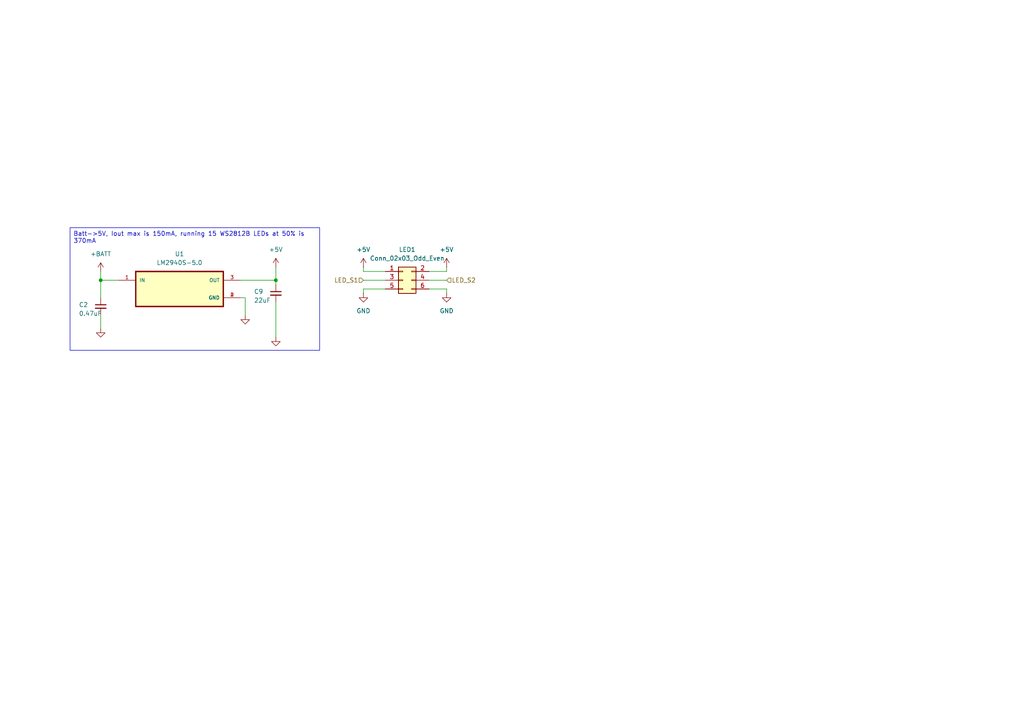
<source format=kicad_sch>
(kicad_sch (version 20231120) (generator "eeschema") (generator_version "8.0")
  (paper "A4")
  (lib_symbols
    (symbol "Connector_Generic:Conn_02x03_Odd_Even" (pin_names (offset 1.016) hide)
      (property "Reference" "J" (at 1.27 5.08 0))
      (property "Value" "Conn_02x03_Odd_Even" (at 1.27 -5.08 0))
      (symbol "Conn_02x03_Odd_Even_1_1"
        (rectangle (start -1.27 -2.413) (end 0 -2.667) (stroke (width 0.1524)))
        (rectangle (start -1.27 0.127) (end 0 -0.127) (stroke (width 0.1524)))
        (rectangle (start -1.27 2.667) (end 0 2.413) (stroke (width 0.1524)))
        (rectangle (start -1.27 3.81) (end 3.81 -3.81) (stroke (width 0.254)) (fill (type background)))
        (rectangle (start 3.81 -2.413) (end 2.54 -2.667) (stroke (width 0.1524)))
        (rectangle (start 3.81 0.127) (end 2.54 -0.127) (stroke (width 0.1524)))
        (rectangle (start 3.81 2.667) (end 2.54 2.413) (stroke (width 0.1524)))
        (pin passive line (at -5.08 2.54 0) (length 3.81) (name "Pin_1") (number "1"))
        (pin passive line (at 7.62 2.54 180) (length 3.81) (name "Pin_2") (number "2"))
        (pin passive line (at -5.08 0 0) (length 3.81) (name "Pin_3") (number "3"))
        (pin passive line (at 7.62 0 180) (length 3.81) (name "Pin_4") (number "4"))
        (pin passive line (at -5.08 -2.54 0) (length 3.81) (name "Pin_5") (number "5"))
        (pin passive line (at 7.62 -2.54 180) (length 3.81) (name "Pin_6") (number "6"))
      )
    )
    (symbol "Device:C_Small" (pin_numbers hide) (pin_names (offset 0.254) hide)
      (property "Reference" "C" (at 0.254 1.778 0))
      (property "Value" "C_Small" (at 0.254 -2.032 0))
      (symbol "C_Small_0_1"
        (polyline (pts (xy -1.524 -0.508) (xy 1.524 -0.508)) (stroke (width 0.3302)))
        (polyline (pts (xy -1.524 0.508) (xy 1.524 0.508)) (stroke (width 0.3048)))
      )
      (symbol "C_Small_1_1"
        (pin passive line (at 0 2.54 270) (length 2.032) (name "~") (number "1"))
        (pin passive line (at 0 -2.54 90) (length 2.032) (name "~") (number "2"))
      )
    )
    (symbol "LM2940S-5.0:LM2940S-5.0" (pin_names (offset 1.016))
      (property "Reference" "U" (at -12.7 6.08 0))
      (property "Value" "LM2940S-5.0" (at -12.7 -9.08 0))
      (symbol "LM2940S-5.0_0_0"
        (rectangle (start -12.7 -5.08) (end 12.7 5.08) (stroke (width 0.41)) (fill (type background)))
        (pin input line (at -17.78 2.54 0) (length 5.08) (name "IN") (number "1"))
        (pin power_in line (at 17.78 -2.54 180) (length 5.08) (name "GND") (number "2"))
        (pin output line (at 17.78 2.54 180) (length 5.08) (name "OUT") (number "3"))
        (pin power_in line (at 17.78 -2.54 180) (length 5.08) (name "GND") (number "4"))
      )
    )
    (symbol "power:+5V" (power) (pin_numbers hide) (pin_names (offset 0) hide)
      (property "Value" "+5V" (at 0 3.556 0))
      (symbol "+5V_0_1"
        (polyline (pts (xy -0.762 1.27) (xy 0 2.54)))
        (polyline (pts (xy 0 0) (xy 0 2.54)))
        (polyline (pts (xy 0 2.54) (xy 0.762 1.27)))
      )
      (symbol "+5V_1_1"
        (pin power_in line (at 0 0 90) (length 0) (name "~") (number "1"))
      )
    )
    (symbol "power:+BATT" (power) (pin_numbers hide) (pin_names (offset 0) hide)
      (property "Value" "+BATT" (at 0 3.556 0))
      (symbol "+BATT_0_1"
        (polyline (pts (xy -0.762 1.27) (xy 0 2.54)))
        (polyline (pts (xy 0 0) (xy 0 2.54)))
        (polyline (pts (xy 0 2.54) (xy 0.762 1.27)))
      )
      (symbol "+BATT_1_1"
        (pin power_in line (at 0 0 90) (length 0) (name "~") (number "1"))
      )
    )
    (symbol "power:GND" (power) (pin_numbers hide) (pin_names (offset 0) hide)
      (property "Value" "GND" (at 0 -3.81 0))
      (symbol "GND_0_1"
        (polyline (pts (xy 0 0) (xy 0 -1.27) (xy 1.27 -1.27) (xy 0 -2.54) (xy -1.27 -1.27) (xy 0 -1.27)))
      )
      (symbol "GND_1_1"
        (pin power_in line (at 0 0 270) (length 0) (name "~") (number "1"))
      )
    )
  )
  (junction (at 29.21 81.28))
  (junction (at 80.01 81.28))
  (wire (pts (xy 105.41 83.82) (xy 105.41 85.09)))
  (wire (pts (xy 105.41 78.74) (xy 111.76 78.74)))
  (wire (pts (xy 111.76 83.82) (xy 105.41 83.82)))
  (wire (pts (xy 129.54 83.82) (xy 129.54 85.09)))
  (wire (pts (xy 29.21 81.28) (xy 34.29 81.28)))
  (wire (pts (xy 80.01 77.47) (xy 80.01 81.28)))
  (wire (pts (xy 71.12 86.36) (xy 71.12 91.44)))
  (wire (pts (xy 29.21 86.36) (xy 29.21 81.28)))
  (wire (pts (xy 29.21 78.74) (xy 29.21 81.28)))
  (wire (pts (xy 69.85 81.28) (xy 80.01 81.28)))
  (wire (pts (xy 105.41 77.47) (xy 105.41 78.74)))
  (wire (pts (xy 69.85 86.36) (xy 71.12 86.36)))
  (wire (pts (xy 29.21 91.44) (xy 29.21 95.25)))
  (wire (pts (xy 80.01 81.28) (xy 80.01 82.55)))
  (wire (pts (xy 124.46 83.82) (xy 129.54 83.82)))
  (wire (pts (xy 129.54 77.47) (xy 129.54 78.74)))
  (wire (pts (xy 129.54 81.28) (xy 124.46 81.28)))
  (wire (pts (xy 80.01 87.63) (xy 80.01 97.79)))
  (wire (pts (xy 105.41 81.28) (xy 111.76 81.28)))
  (wire (pts (xy 124.46 78.74) (xy 129.54 78.74)))
  (text_box "Batt->5V, Iout max is 150mA, running 15 WS2812B LEDs at 50% is 370mA" (at 20.32 66.04 0) (size 72.39 35.56) (effects (font (size 1.27 1.27)) (justify left top)))
  (hierarchical_label "LED_S1" (shape input) (at 105.41 81.28 180))
  (hierarchical_label "LED_S2" (shape input) (at 129.54 81.28 0))
  (symbol (lib_id "power:GND") (at 29.21 95.25 0) (unit 1)
    (property "Reference" "#PWR014" (effects (hide yes)))
    (property "Value" "GND" (effects (hide yes)))
  )
  (symbol (lib_id "power:+5V") (at 129.54 77.47 0) (unit 1)
    (property "Reference" "#PWR06" (effects (hide yes)))
    (property "Value" "+5V" (at 129.54 72.39 0))
    (property "Description" "Power symbol creates a global label with name \"+5V\"" (effects (hide yes)))
  )
  (symbol (lib_id "Connector_Generic:Conn_02x03_Odd_Even") (at 116.84 81.28 0) (unit 1)
    (property "Reference" "LED1" (at 118.11 72.39 0))
    (property "Value" "Conn_02x03_Odd_Even" (at 118.11 74.93 0))
    (property "Footprint" "PinHeader_2x03_P2.54mm_Horizontal" (effects (hide yes)))
    (property "Description" "Generic connector, double row, 02x03, odd/even pin numbering scheme (row 1 odd numbers, row 2 even numbers), script generated (kicad-library-utils/schlib/autogen/connector/)" (effects (hide yes)))
  )
  (symbol (lib_id "Device:C_Small") (at 29.21 88.9 0) (unit 1)
    (property "Reference" "C2" (at 22.86 88.392 0) (effects (justify left)))
    (property "Value" "0.47uF" (at 22.86 90.932 0) (effects (justify left)))
    (property "Footprint" "Capacitor_SMD:C_0603_1608Metric" (effects (hide yes)))
    (property "Description" "Unpolarized capacitor, small symbol" (effects (hide yes)))
    (property "MANUFACTURER" " 187-CL10B474KB8VPJC " (effects (hide yes)))
  )
  (symbol (lib_id "power:GND") (at 105.41 85.09 0) (unit 1)
    (property "Reference" "#PWR044" (effects (hide yes)))
    (property "Value" "GND" (at 105.41 90.17 0))
    (property "Description" "Power symbol creates a global label with name \"GND\" , ground" (effects (hide yes)))
  )
  (symbol (lib_id "LM2940S-5.0:LM2940S-5.0") (at 52.07 83.82 0) (unit 1)
    (property "Reference" "U1" (at 52.07 73.66 0))
    (property "Value" "LM2940S-5.0" (at 52.07 76.2 0))
    (property "Footprint" "LM2940S-5.0:TO254P1524X483-4N" (effects (hide yes)))
    (property "MF" "Texas Instruments" (effects (hide yes)))
    (property "Description_1" "\n                        \n                            1-A, 26-V, high-PSRR, low-dropout voltage regulator\n                        \n" (effects (hide yes)))
    (property "Package" "TO263-3 Texas Instruments" (effects (hide yes)))
    (property "Price" "None" (effects (hide yes)))
    (property "SnapEDA_Link" "https://www.snapeda.com/parts/LM2940S-5.0/NOPB/Texas+Instruments/view-part/?ref=snap" (effects (hide yes)))
    (property "MP" "LM2940S-5.0/NOPB" (effects (hide yes)))
    (property "Availability" "In Stock" (effects (hide yes)))
    (property "Check_prices" "https://www.snapeda.com/parts/LM2940S-5.0/NOPB/Texas+Instruments/view-part/?ref=eda" (effects (hide yes)))
  )
  (symbol (lib_id "power:GND") (at 71.12 91.44 0) (unit 1)
    (property "Reference" "#PWR015" (effects (hide yes)))
    (property "Value" "GND" (effects (hide yes)))
  )
  (symbol (lib_id "power:+BATT") (at 29.21 78.74 0) (unit 1)
    (property "Reference" "#PWR013" (effects (hide yes)))
    (property "Value" "+BATT" (at 29.21 73.66 0))
    (property "Description" "Power symbol creates a global label with name \"+BATT\"" (effects (hide yes)))
  )
  (symbol (lib_id "power:+5V") (at 80.01 77.47 0) (unit 1)
    (property "Reference" "#PWR018" (effects (hide yes)))
    (property "Value" "+5V" (at 80.01 72.39 0))
    (property "Description" "Power symbol creates a global label with name \"+5V\"" (effects (hide yes)))
  )
  (symbol (lib_id "power:GND") (at 129.54 85.09 0) (unit 1)
    (property "Reference" "#PWR045" (effects (hide yes)))
    (property "Value" "GND" (at 129.54 90.17 0))
    (property "Description" "Power symbol creates a global label with name \"GND\" , ground" (effects (hide yes)))
  )
  (symbol (lib_id "Device:C_Small") (at 80.01 85.09 0) (unit 1)
    (property "Reference" "C9" (at 73.66 84.582 0) (effects (justify left)))
    (property "Value" "22uF" (at 73.66 87.122 0) (effects (justify left)))
    (property "Footprint" "Capacitor_SMD:C_0603_1608Metric" (effects (hide yes)))
    (property "Description" "Unpolarized capacitor, small symbol" (effects (hide yes)))
    (property "MANUFACTURER" " 581-TLCL226M006XTA " (effects (hide yes)))
  )
  (symbol (lib_id "power:GND") (at 80.01 97.79 0) (unit 1)
    (property "Reference" "#PWR019" (effects (hide yes)))
    (property "Value" "GND" (effects (hide yes)))
  )
  (symbol (lib_id "power:+5V") (at 105.41 77.47 0) (unit 1)
    (property "Reference" "#PWR043" (effects (hide yes)))
    (property "Value" "+5V" (at 105.41 72.39 0))
    (property "Description" "Power symbol creates a global label with name \"+5V\"" (effects (hide yes)))
  )
)
</source>
